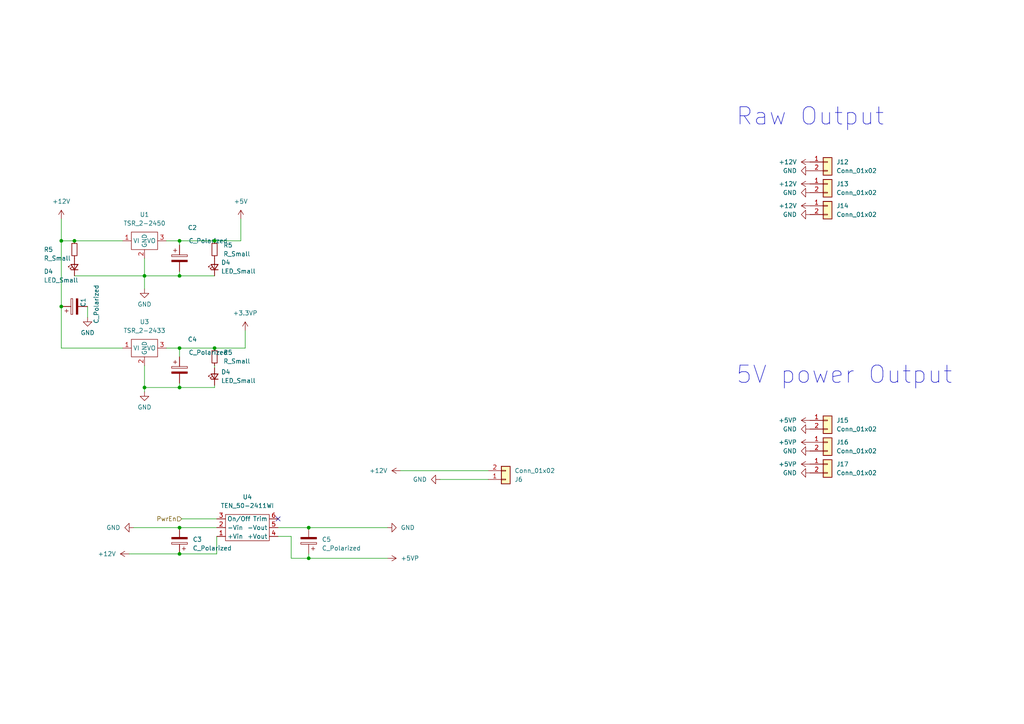
<source format=kicad_sch>
(kicad_sch (version 20230121) (generator eeschema)

  (uuid edce1dba-4061-46cd-8f68-fb07ab3577b2)

  (paper "A4")

  (lib_symbols
    (symbol "Connector_Generic:Conn_01x02" (pin_names (offset 1.016) hide) (in_bom yes) (on_board yes)
      (property "Reference" "J" (at 0 2.54 0)
        (effects (font (size 1.27 1.27)))
      )
      (property "Value" "Conn_01x02" (at 0 -5.08 0)
        (effects (font (size 1.27 1.27)))
      )
      (property "Footprint" "" (at 0 0 0)
        (effects (font (size 1.27 1.27)) hide)
      )
      (property "Datasheet" "~" (at 0 0 0)
        (effects (font (size 1.27 1.27)) hide)
      )
      (property "ki_keywords" "connector" (at 0 0 0)
        (effects (font (size 1.27 1.27)) hide)
      )
      (property "ki_description" "Generic connector, single row, 01x02, script generated (kicad-library-utils/schlib/autogen/connector/)" (at 0 0 0)
        (effects (font (size 1.27 1.27)) hide)
      )
      (property "ki_fp_filters" "Connector*:*_1x??_*" (at 0 0 0)
        (effects (font (size 1.27 1.27)) hide)
      )
      (symbol "Conn_01x02_1_1"
        (rectangle (start -1.27 -2.413) (end 0 -2.667)
          (stroke (width 0.1524) (type default))
          (fill (type none))
        )
        (rectangle (start -1.27 0.127) (end 0 -0.127)
          (stroke (width 0.1524) (type default))
          (fill (type none))
        )
        (rectangle (start -1.27 1.27) (end 1.27 -3.81)
          (stroke (width 0.254) (type default))
          (fill (type background))
        )
        (pin passive line (at -5.08 0 0) (length 3.81)
          (name "Pin_1" (effects (font (size 1.27 1.27))))
          (number "1" (effects (font (size 1.27 1.27))))
        )
        (pin passive line (at -5.08 -2.54 0) (length 3.81)
          (name "Pin_2" (effects (font (size 1.27 1.27))))
          (number "2" (effects (font (size 1.27 1.27))))
        )
      )
    )
    (symbol "Device:C_Polarized" (pin_numbers hide) (pin_names (offset 0.254)) (in_bom yes) (on_board yes)
      (property "Reference" "C" (at 0.635 2.54 0)
        (effects (font (size 1.27 1.27)) (justify left))
      )
      (property "Value" "C_Polarized" (at 0.635 -2.54 0)
        (effects (font (size 1.27 1.27)) (justify left))
      )
      (property "Footprint" "" (at 0.9652 -3.81 0)
        (effects (font (size 1.27 1.27)) hide)
      )
      (property "Datasheet" "~" (at 0 0 0)
        (effects (font (size 1.27 1.27)) hide)
      )
      (property "ki_keywords" "cap capacitor" (at 0 0 0)
        (effects (font (size 1.27 1.27)) hide)
      )
      (property "ki_description" "Polarized capacitor" (at 0 0 0)
        (effects (font (size 1.27 1.27)) hide)
      )
      (property "ki_fp_filters" "CP_*" (at 0 0 0)
        (effects (font (size 1.27 1.27)) hide)
      )
      (symbol "C_Polarized_0_1"
        (rectangle (start -2.286 0.508) (end 2.286 1.016)
          (stroke (width 0) (type default))
          (fill (type none))
        )
        (polyline
          (pts
            (xy -1.778 2.286)
            (xy -0.762 2.286)
          )
          (stroke (width 0) (type default))
          (fill (type none))
        )
        (polyline
          (pts
            (xy -1.27 2.794)
            (xy -1.27 1.778)
          )
          (stroke (width 0) (type default))
          (fill (type none))
        )
        (rectangle (start 2.286 -0.508) (end -2.286 -1.016)
          (stroke (width 0) (type default))
          (fill (type outline))
        )
      )
      (symbol "C_Polarized_1_1"
        (pin passive line (at 0 3.81 270) (length 2.794)
          (name "~" (effects (font (size 1.27 1.27))))
          (number "1" (effects (font (size 1.27 1.27))))
        )
        (pin passive line (at 0 -3.81 90) (length 2.794)
          (name "~" (effects (font (size 1.27 1.27))))
          (number "2" (effects (font (size 1.27 1.27))))
        )
      )
    )
    (symbol "Device:LED_Small" (pin_numbers hide) (pin_names (offset 0.254) hide) (in_bom yes) (on_board yes)
      (property "Reference" "D" (at -1.27 3.175 0)
        (effects (font (size 1.27 1.27)) (justify left))
      )
      (property "Value" "LED_Small" (at -4.445 -2.54 0)
        (effects (font (size 1.27 1.27)) (justify left))
      )
      (property "Footprint" "" (at 0 0 90)
        (effects (font (size 1.27 1.27)) hide)
      )
      (property "Datasheet" "~" (at 0 0 90)
        (effects (font (size 1.27 1.27)) hide)
      )
      (property "ki_keywords" "LED diode light-emitting-diode" (at 0 0 0)
        (effects (font (size 1.27 1.27)) hide)
      )
      (property "ki_description" "Light emitting diode, small symbol" (at 0 0 0)
        (effects (font (size 1.27 1.27)) hide)
      )
      (property "ki_fp_filters" "LED* LED_SMD:* LED_THT:*" (at 0 0 0)
        (effects (font (size 1.27 1.27)) hide)
      )
      (symbol "LED_Small_0_1"
        (polyline
          (pts
            (xy -0.762 -1.016)
            (xy -0.762 1.016)
          )
          (stroke (width 0.254) (type default))
          (fill (type none))
        )
        (polyline
          (pts
            (xy 1.016 0)
            (xy -0.762 0)
          )
          (stroke (width 0) (type default))
          (fill (type none))
        )
        (polyline
          (pts
            (xy 0.762 -1.016)
            (xy -0.762 0)
            (xy 0.762 1.016)
            (xy 0.762 -1.016)
          )
          (stroke (width 0.254) (type default))
          (fill (type none))
        )
        (polyline
          (pts
            (xy 0 0.762)
            (xy -0.508 1.27)
            (xy -0.254 1.27)
            (xy -0.508 1.27)
            (xy -0.508 1.016)
          )
          (stroke (width 0) (type default))
          (fill (type none))
        )
        (polyline
          (pts
            (xy 0.508 1.27)
            (xy 0 1.778)
            (xy 0.254 1.778)
            (xy 0 1.778)
            (xy 0 1.524)
          )
          (stroke (width 0) (type default))
          (fill (type none))
        )
      )
      (symbol "LED_Small_1_1"
        (pin passive line (at -2.54 0 0) (length 1.778)
          (name "K" (effects (font (size 1.27 1.27))))
          (number "1" (effects (font (size 1.27 1.27))))
        )
        (pin passive line (at 2.54 0 180) (length 1.778)
          (name "A" (effects (font (size 1.27 1.27))))
          (number "2" (effects (font (size 1.27 1.27))))
        )
      )
    )
    (symbol "Device:R_Small" (pin_numbers hide) (pin_names (offset 0.254) hide) (in_bom yes) (on_board yes)
      (property "Reference" "R" (at 0.762 0.508 0)
        (effects (font (size 1.27 1.27)) (justify left))
      )
      (property "Value" "R_Small" (at 0.762 -1.016 0)
        (effects (font (size 1.27 1.27)) (justify left))
      )
      (property "Footprint" "" (at 0 0 0)
        (effects (font (size 1.27 1.27)) hide)
      )
      (property "Datasheet" "~" (at 0 0 0)
        (effects (font (size 1.27 1.27)) hide)
      )
      (property "ki_keywords" "R resistor" (at 0 0 0)
        (effects (font (size 1.27 1.27)) hide)
      )
      (property "ki_description" "Resistor, small symbol" (at 0 0 0)
        (effects (font (size 1.27 1.27)) hide)
      )
      (property "ki_fp_filters" "R_*" (at 0 0 0)
        (effects (font (size 1.27 1.27)) hide)
      )
      (symbol "R_Small_0_1"
        (rectangle (start -0.762 1.778) (end 0.762 -1.778)
          (stroke (width 0.2032) (type default))
          (fill (type none))
        )
      )
      (symbol "R_Small_1_1"
        (pin passive line (at 0 2.54 270) (length 0.762)
          (name "~" (effects (font (size 1.27 1.27))))
          (number "1" (effects (font (size 1.27 1.27))))
        )
        (pin passive line (at 0 -2.54 90) (length 0.762)
          (name "~" (effects (font (size 1.27 1.27))))
          (number "2" (effects (font (size 1.27 1.27))))
        )
      )
    )
    (symbol "Traco:TEN_50-2411WI" (in_bom yes) (on_board yes)
      (property "Reference" "U" (at 0 5.08 0)
        (effects (font (size 1.27 1.27)))
      )
      (property "Value" "TEN_50-2411WI" (at 0 -5.08 0)
        (effects (font (size 1.27 1.27)))
      )
      (property "Footprint" "" (at 0 0 0)
        (effects (font (size 1.27 1.27)) hide)
      )
      (property "Datasheet" "" (at 0 0 0)
        (effects (font (size 1.27 1.27)) hide)
      )
      (symbol "TEN_50-2411WI_0_1"
        (rectangle (start -6.35 3.81) (end 6.35 -3.81)
          (stroke (width 0) (type default))
          (fill (type none))
        )
      )
      (symbol "TEN_50-2411WI_1_1"
        (pin free line (at -8.89 -2.54 0) (length 2.54)
          (name "+Vin" (effects (font (size 1.27 1.27))))
          (number "1" (effects (font (size 1.27 1.27))))
        )
        (pin free line (at -8.89 0 0) (length 2.54)
          (name "-Vin" (effects (font (size 1.27 1.27))))
          (number "2" (effects (font (size 1.27 1.27))))
        )
        (pin free line (at -8.89 2.54 0) (length 2.54)
          (name "On/Off" (effects (font (size 1.27 1.27))))
          (number "3" (effects (font (size 1.27 1.27))))
        )
        (pin free line (at 8.89 -2.54 180) (length 2.54)
          (name "+Vout" (effects (font (size 1.27 1.27))))
          (number "4" (effects (font (size 1.27 1.27))))
        )
        (pin free line (at 8.89 0 180) (length 2.54)
          (name "-Vout" (effects (font (size 1.27 1.27))))
          (number "5" (effects (font (size 1.27 1.27))))
        )
        (pin free line (at 8.89 2.54 180) (length 2.54)
          (name "Trim" (effects (font (size 1.27 1.27))))
          (number "6" (effects (font (size 1.27 1.27))))
        )
      )
    )
    (symbol "Traco:TSR_2-2433" (in_bom yes) (on_board yes)
      (property "Reference" "U" (at 0 5.08 0)
        (effects (font (size 1.27 1.27)))
      )
      (property "Value" "TSR_2-2433" (at 0 3.81 0)
        (effects (font (size 1.27 1.27)))
      )
      (property "Footprint" "" (at 0 3.81 0)
        (effects (font (size 1.27 1.27)) hide)
      )
      (property "Datasheet" "" (at 0 3.81 0)
        (effects (font (size 1.27 1.27)) hide)
      )
      (symbol "TSR_2-2433_0_1"
        (rectangle (start -3.81 2.54) (end 3.81 -2.54)
          (stroke (width 0) (type default))
          (fill (type none))
        )
      )
      (symbol "TSR_2-2433_1_1"
        (pin free line (at -6.35 0 0) (length 2.54)
          (name "VI" (effects (font (size 1.27 1.27))))
          (number "1" (effects (font (size 1.27 1.27))))
        )
        (pin free line (at 0 -5.08 90) (length 2.54)
          (name "GND" (effects (font (size 1.27 1.27))))
          (number "2" (effects (font (size 1.27 1.27))))
        )
        (pin free line (at 6.35 0 180) (length 2.54)
          (name "VO" (effects (font (size 1.27 1.27))))
          (number "3" (effects (font (size 1.27 1.27))))
        )
      )
    )
    (symbol "Traco:TSR_2-2450" (in_bom yes) (on_board yes)
      (property "Reference" "U" (at 0 5.08 0)
        (effects (font (size 1.27 1.27)))
      )
      (property "Value" "TSR_2-2450" (at 0 3.81 0)
        (effects (font (size 1.27 1.27)))
      )
      (property "Footprint" "" (at 0 3.81 0)
        (effects (font (size 1.27 1.27)) hide)
      )
      (property "Datasheet" "" (at 0 3.81 0)
        (effects (font (size 1.27 1.27)) hide)
      )
      (symbol "TSR_2-2450_0_1"
        (rectangle (start -3.81 2.54) (end 3.81 -2.54)
          (stroke (width 0) (type default))
          (fill (type none))
        )
      )
      (symbol "TSR_2-2450_1_1"
        (pin free line (at -6.35 0 0) (length 2.54)
          (name "VI" (effects (font (size 1.27 1.27))))
          (number "1" (effects (font (size 1.27 1.27))))
        )
        (pin free line (at 0 -5.08 90) (length 2.54)
          (name "GND" (effects (font (size 1.27 1.27))))
          (number "2" (effects (font (size 1.27 1.27))))
        )
        (pin free line (at 6.35 0 180) (length 2.54)
          (name "VO" (effects (font (size 1.27 1.27))))
          (number "3" (effects (font (size 1.27 1.27))))
        )
      )
    )
    (symbol "power:+12V" (power) (pin_names (offset 0)) (in_bom yes) (on_board yes)
      (property "Reference" "#PWR" (at 0 -3.81 0)
        (effects (font (size 1.27 1.27)) hide)
      )
      (property "Value" "+12V" (at 0 3.556 0)
        (effects (font (size 1.27 1.27)))
      )
      (property "Footprint" "" (at 0 0 0)
        (effects (font (size 1.27 1.27)) hide)
      )
      (property "Datasheet" "" (at 0 0 0)
        (effects (font (size 1.27 1.27)) hide)
      )
      (property "ki_keywords" "power-flag" (at 0 0 0)
        (effects (font (size 1.27 1.27)) hide)
      )
      (property "ki_description" "Power symbol creates a global label with name \"+12V\"" (at 0 0 0)
        (effects (font (size 1.27 1.27)) hide)
      )
      (symbol "+12V_0_1"
        (polyline
          (pts
            (xy -0.762 1.27)
            (xy 0 2.54)
          )
          (stroke (width 0) (type default))
          (fill (type none))
        )
        (polyline
          (pts
            (xy 0 0)
            (xy 0 2.54)
          )
          (stroke (width 0) (type default))
          (fill (type none))
        )
        (polyline
          (pts
            (xy 0 2.54)
            (xy 0.762 1.27)
          )
          (stroke (width 0) (type default))
          (fill (type none))
        )
      )
      (symbol "+12V_1_1"
        (pin power_in line (at 0 0 90) (length 0) hide
          (name "+12V" (effects (font (size 1.27 1.27))))
          (number "1" (effects (font (size 1.27 1.27))))
        )
      )
    )
    (symbol "power:+3.3VP" (power) (pin_names (offset 0)) (in_bom yes) (on_board yes)
      (property "Reference" "#PWR" (at 3.81 -1.27 0)
        (effects (font (size 1.27 1.27)) hide)
      )
      (property "Value" "+3.3VP" (at 0 2.54 0)
        (effects (font (size 1.27 1.27)))
      )
      (property "Footprint" "" (at 0 0 0)
        (effects (font (size 1.27 1.27)) hide)
      )
      (property "Datasheet" "" (at 0 0 0)
        (effects (font (size 1.27 1.27)) hide)
      )
      (property "ki_keywords" "global power" (at 0 0 0)
        (effects (font (size 1.27 1.27)) hide)
      )
      (property "ki_description" "Power symbol creates a global label with name \"+3.3VP\"" (at 0 0 0)
        (effects (font (size 1.27 1.27)) hide)
      )
      (symbol "+3.3VP_0_0"
        (pin power_in line (at 0 0 90) (length 0) hide
          (name "+3.3VP" (effects (font (size 1.27 1.27))))
          (number "1" (effects (font (size 1.27 1.27))))
        )
      )
      (symbol "+3.3VP_0_1"
        (polyline
          (pts
            (xy -0.762 1.27)
            (xy 0 2.54)
          )
          (stroke (width 0) (type default))
          (fill (type none))
        )
        (polyline
          (pts
            (xy 0 0)
            (xy 0 2.54)
          )
          (stroke (width 0) (type default))
          (fill (type none))
        )
        (polyline
          (pts
            (xy 0 2.54)
            (xy 0.762 1.27)
          )
          (stroke (width 0) (type default))
          (fill (type none))
        )
      )
    )
    (symbol "power:+5V" (power) (pin_names (offset 0)) (in_bom yes) (on_board yes)
      (property "Reference" "#PWR" (at 0 -3.81 0)
        (effects (font (size 1.27 1.27)) hide)
      )
      (property "Value" "+5V" (at 0 3.556 0)
        (effects (font (size 1.27 1.27)))
      )
      (property "Footprint" "" (at 0 0 0)
        (effects (font (size 1.27 1.27)) hide)
      )
      (property "Datasheet" "" (at 0 0 0)
        (effects (font (size 1.27 1.27)) hide)
      )
      (property "ki_keywords" "global power" (at 0 0 0)
        (effects (font (size 1.27 1.27)) hide)
      )
      (property "ki_description" "Power symbol creates a global label with name \"+5V\"" (at 0 0 0)
        (effects (font (size 1.27 1.27)) hide)
      )
      (symbol "+5V_0_1"
        (polyline
          (pts
            (xy -0.762 1.27)
            (xy 0 2.54)
          )
          (stroke (width 0) (type default))
          (fill (type none))
        )
        (polyline
          (pts
            (xy 0 0)
            (xy 0 2.54)
          )
          (stroke (width 0) (type default))
          (fill (type none))
        )
        (polyline
          (pts
            (xy 0 2.54)
            (xy 0.762 1.27)
          )
          (stroke (width 0) (type default))
          (fill (type none))
        )
      )
      (symbol "+5V_1_1"
        (pin power_in line (at 0 0 90) (length 0) hide
          (name "+5V" (effects (font (size 1.27 1.27))))
          (number "1" (effects (font (size 1.27 1.27))))
        )
      )
    )
    (symbol "power:+5VP" (power) (pin_names (offset 0)) (in_bom yes) (on_board yes)
      (property "Reference" "#PWR" (at 0 -3.81 0)
        (effects (font (size 1.27 1.27)) hide)
      )
      (property "Value" "+5VP" (at 0 3.556 0)
        (effects (font (size 1.27 1.27)))
      )
      (property "Footprint" "" (at 0 0 0)
        (effects (font (size 1.27 1.27)) hide)
      )
      (property "Datasheet" "" (at 0 0 0)
        (effects (font (size 1.27 1.27)) hide)
      )
      (property "ki_keywords" "power-flag" (at 0 0 0)
        (effects (font (size 1.27 1.27)) hide)
      )
      (property "ki_description" "Power symbol creates a global label with name \"+5VP\"" (at 0 0 0)
        (effects (font (size 1.27 1.27)) hide)
      )
      (symbol "+5VP_0_1"
        (polyline
          (pts
            (xy -0.762 1.27)
            (xy 0 2.54)
          )
          (stroke (width 0) (type default))
          (fill (type none))
        )
        (polyline
          (pts
            (xy 0 0)
            (xy 0 2.54)
          )
          (stroke (width 0) (type default))
          (fill (type none))
        )
        (polyline
          (pts
            (xy 0 2.54)
            (xy 0.762 1.27)
          )
          (stroke (width 0) (type default))
          (fill (type none))
        )
      )
      (symbol "+5VP_1_1"
        (pin power_in line (at 0 0 90) (length 0) hide
          (name "+5VP" (effects (font (size 1.27 1.27))))
          (number "1" (effects (font (size 1.27 1.27))))
        )
      )
    )
    (symbol "power:GND" (power) (pin_names (offset 0)) (in_bom yes) (on_board yes)
      (property "Reference" "#PWR" (at 0 -6.35 0)
        (effects (font (size 1.27 1.27)) hide)
      )
      (property "Value" "GND" (at 0 -3.81 0)
        (effects (font (size 1.27 1.27)))
      )
      (property "Footprint" "" (at 0 0 0)
        (effects (font (size 1.27 1.27)) hide)
      )
      (property "Datasheet" "" (at 0 0 0)
        (effects (font (size 1.27 1.27)) hide)
      )
      (property "ki_keywords" "global power" (at 0 0 0)
        (effects (font (size 1.27 1.27)) hide)
      )
      (property "ki_description" "Power symbol creates a global label with name \"GND\" , ground" (at 0 0 0)
        (effects (font (size 1.27 1.27)) hide)
      )
      (symbol "GND_0_1"
        (polyline
          (pts
            (xy 0 0)
            (xy 0 -1.27)
            (xy 1.27 -1.27)
            (xy 0 -2.54)
            (xy -1.27 -1.27)
            (xy 0 -1.27)
          )
          (stroke (width 0) (type default))
          (fill (type none))
        )
      )
      (symbol "GND_1_1"
        (pin power_in line (at 0 0 270) (length 0) hide
          (name "GND" (effects (font (size 1.27 1.27))))
          (number "1" (effects (font (size 1.27 1.27))))
        )
      )
    )
  )

  (junction (at 41.91 112.395) (diameter 0) (color 0 0 0 0)
    (uuid 00f2d38b-b7a7-41b5-92d6-390077c99def)
  )
  (junction (at 52.07 69.85) (diameter 0) (color 0 0 0 0)
    (uuid 100b1b17-60d0-40d8-975e-2069597d26c3)
  )
  (junction (at 17.78 88.9) (diameter 0) (color 0 0 0 0)
    (uuid 1e34d663-5cbc-49c8-a457-db614b1f0d03)
  )
  (junction (at 52.07 80.01) (diameter 0) (color 0 0 0 0)
    (uuid 2d145056-6790-4c4b-94f5-a341af2bbd88)
  )
  (junction (at 21.59 69.85) (diameter 0) (color 0 0 0 0)
    (uuid 2deeca7c-3d0f-4b2f-b46d-6d8e29efd664)
  )
  (junction (at 62.23 100.965) (diameter 0) (color 0 0 0 0)
    (uuid 7602450e-d499-4038-8c07-9ce40e0ea3fa)
  )
  (junction (at 52.07 160.655) (diameter 0) (color 0 0 0 0)
    (uuid 82fa8238-2a1b-46fd-a657-13dc482d93d6)
  )
  (junction (at 52.07 100.965) (diameter 0) (color 0 0 0 0)
    (uuid 830998c4-c1c3-430a-9358-6a49a948bfc9)
  )
  (junction (at 89.535 161.925) (diameter 0) (color 0 0 0 0)
    (uuid 918caea0-df75-4bfc-9f31-27308a872f0b)
  )
  (junction (at 89.535 153.035) (diameter 0) (color 0 0 0 0)
    (uuid 9e18b05a-1573-4ad3-9169-947d5137437f)
  )
  (junction (at 17.78 69.85) (diameter 0) (color 0 0 0 0)
    (uuid a4993086-e015-4f9e-a123-ca87eb0e2b30)
  )
  (junction (at 52.07 153.035) (diameter 0) (color 0 0 0 0)
    (uuid a83a3ae1-4a60-4848-8308-e29ab8fd5528)
  )
  (junction (at 41.91 80.01) (diameter 0) (color 0 0 0 0)
    (uuid ac7cc809-1c43-444f-b14e-2758784bb439)
  )
  (junction (at 52.07 112.395) (diameter 0) (color 0 0 0 0)
    (uuid c6fcff95-b4e0-4e0d-bb2b-b1a89aa0816d)
  )
  (junction (at 62.23 69.85) (diameter 0) (color 0 0 0 0)
    (uuid d93fef45-0c92-46a5-a6cf-681ff7a3fc7c)
  )

  (no_connect (at 80.645 150.495) (uuid 203a6552-b3b8-4a89-b4d5-2c7c9f385303))

  (wire (pts (xy 52.07 100.965) (xy 62.23 100.965))
    (stroke (width 0) (type default))
    (uuid 0487b8a0-9e76-433e-bf24-f0bb9cc401bd)
  )
  (wire (pts (xy 84.455 155.575) (xy 80.645 155.575))
    (stroke (width 0) (type default))
    (uuid 16c4cedc-3335-4fcd-a23a-554e93034781)
  )
  (wire (pts (xy 89.535 160.655) (xy 89.535 161.925))
    (stroke (width 0) (type default))
    (uuid 1ac6d2d9-22e4-4675-8739-f310de527bd5)
  )
  (wire (pts (xy 52.07 153.035) (xy 62.865 153.035))
    (stroke (width 0) (type default))
    (uuid 1e00ef5f-eb0d-4e42-b471-14c21ff92783)
  )
  (wire (pts (xy 17.78 69.85) (xy 21.59 69.85))
    (stroke (width 0) (type default))
    (uuid 1e4e76e5-34e3-497d-8dd5-78818380fa90)
  )
  (wire (pts (xy 127.635 139.065) (xy 141.605 139.065))
    (stroke (width 0) (type default))
    (uuid 1ebc6ed1-6e6a-409b-8e61-b388b8a89816)
  )
  (wire (pts (xy 71.12 100.965) (xy 62.23 100.965))
    (stroke (width 0) (type default))
    (uuid 20bfa594-1a1f-4536-9fb8-ffdeb7755a83)
  )
  (wire (pts (xy 52.07 69.85) (xy 62.23 69.85))
    (stroke (width 0) (type default))
    (uuid 23db397f-55eb-45d4-9549-8a4011d92da6)
  )
  (wire (pts (xy 84.455 161.925) (xy 89.535 161.925))
    (stroke (width 0) (type default))
    (uuid 26fefd70-b959-4455-a2bb-f23a6fe408b9)
  )
  (wire (pts (xy 41.91 80.01) (xy 52.07 80.01))
    (stroke (width 0) (type default))
    (uuid 2907b3a7-6f3d-4c66-9daf-08ed8cfb928a)
  )
  (wire (pts (xy 48.26 69.85) (xy 52.07 69.85))
    (stroke (width 0) (type default))
    (uuid 2c0f9403-aa8c-484a-93b6-18fa827fb973)
  )
  (wire (pts (xy 41.91 74.93) (xy 41.91 80.01))
    (stroke (width 0) (type default))
    (uuid 2fa4b8c2-f573-40a3-8e25-0fd18e8d7438)
  )
  (wire (pts (xy 52.07 71.12) (xy 52.07 69.85))
    (stroke (width 0) (type default))
    (uuid 3933ac92-0281-404c-a419-43aff41b8efc)
  )
  (wire (pts (xy 62.23 106.68) (xy 62.23 106.045))
    (stroke (width 0) (type default))
    (uuid 3b397710-39ab-4c9c-b8ef-26db6e9b62fb)
  )
  (wire (pts (xy 52.07 100.965) (xy 52.07 103.505))
    (stroke (width 0) (type default))
    (uuid 3dfe5776-4405-4215-b4dc-3d70a0af8c9e)
  )
  (wire (pts (xy 89.535 153.035) (xy 112.395 153.035))
    (stroke (width 0) (type default))
    (uuid 434e7b9d-c8f0-474e-b55b-8eb568bb65e6)
  )
  (wire (pts (xy 52.07 80.01) (xy 62.23 80.01))
    (stroke (width 0) (type default))
    (uuid 527bb72e-eb08-4546-b77f-10e621ee2ae5)
  )
  (wire (pts (xy 37.465 160.655) (xy 52.07 160.655))
    (stroke (width 0) (type default))
    (uuid 5361dacd-7d9c-40b8-9f31-64a74ea7a80b)
  )
  (wire (pts (xy 17.78 100.965) (xy 35.56 100.965))
    (stroke (width 0) (type default))
    (uuid 58e476b2-e7a3-497f-8ecc-3911e51cb268)
  )
  (wire (pts (xy 116.205 136.525) (xy 141.605 136.525))
    (stroke (width 0) (type default))
    (uuid 5db0ef20-c3da-41df-bc6a-880dfb9fdbe0)
  )
  (wire (pts (xy 62.865 160.655) (xy 62.865 155.575))
    (stroke (width 0) (type default))
    (uuid 615cdc33-8b27-42c5-8cc9-59b025e01a6e)
  )
  (wire (pts (xy 80.645 153.035) (xy 89.535 153.035))
    (stroke (width 0) (type default))
    (uuid 639c53e8-ee3d-496a-9e45-5224f0bbe6c4)
  )
  (wire (pts (xy 52.705 150.495) (xy 62.865 150.495))
    (stroke (width 0) (type default))
    (uuid 642e9476-63de-4367-a79d-9cf7f4944d22)
  )
  (wire (pts (xy 41.91 112.395) (xy 41.91 113.665))
    (stroke (width 0) (type default))
    (uuid 7a887f6e-3836-4461-b4cd-b6dd0925fe07)
  )
  (wire (pts (xy 52.07 111.125) (xy 52.07 112.395))
    (stroke (width 0) (type default))
    (uuid 7dd0b63c-fcaa-4076-a3f1-c50c1799f28c)
  )
  (wire (pts (xy 17.78 88.9) (xy 17.78 100.965))
    (stroke (width 0) (type default))
    (uuid 8a035149-2f2f-4cb4-8ea3-bd8fe52c8292)
  )
  (wire (pts (xy 48.26 100.965) (xy 52.07 100.965))
    (stroke (width 0) (type default))
    (uuid 8de73464-ac4e-4207-8316-e4f3b083ef68)
  )
  (wire (pts (xy 62.23 111.76) (xy 62.23 112.395))
    (stroke (width 0) (type default))
    (uuid 98f5cd1f-4b09-4ac9-b9bf-f64e73aeda0a)
  )
  (wire (pts (xy 41.91 112.395) (xy 52.07 112.395))
    (stroke (width 0) (type default))
    (uuid 9a390adf-07b7-4c21-8389-225d8b4534ad)
  )
  (wire (pts (xy 52.07 112.395) (xy 62.23 112.395))
    (stroke (width 0) (type default))
    (uuid 9fe836b0-6197-42a5-a0e4-6fdd8b62e741)
  )
  (wire (pts (xy 41.91 83.82) (xy 41.91 80.01))
    (stroke (width 0) (type default))
    (uuid a071e5f9-f003-47a8-8554-29aa63c8fa6a)
  )
  (wire (pts (xy 21.59 80.01) (xy 41.91 80.01))
    (stroke (width 0) (type default))
    (uuid a38083e1-e86b-43f6-a325-061c75b5a17e)
  )
  (wire (pts (xy 52.07 160.655) (xy 62.865 160.655))
    (stroke (width 0) (type default))
    (uuid a759d5f4-2189-40fc-bdbd-25fdf914de35)
  )
  (wire (pts (xy 38.735 153.035) (xy 52.07 153.035))
    (stroke (width 0) (type default))
    (uuid a83fab39-e97c-4ce7-b1d2-b160d6833b91)
  )
  (wire (pts (xy 69.85 63.5) (xy 69.85 69.85))
    (stroke (width 0) (type default))
    (uuid acc3ccc9-07d3-465d-b412-c4afbf36b461)
  )
  (wire (pts (xy 84.455 161.925) (xy 84.455 155.575))
    (stroke (width 0) (type default))
    (uuid acdec572-f717-43cd-bf19-87d56ecaff0e)
  )
  (wire (pts (xy 69.85 69.85) (xy 62.23 69.85))
    (stroke (width 0) (type default))
    (uuid b0066163-8737-4107-8087-246170effc0a)
  )
  (wire (pts (xy 52.07 78.74) (xy 52.07 80.01))
    (stroke (width 0) (type default))
    (uuid b92e883b-9efe-4547-a6e3-38570a4ca628)
  )
  (wire (pts (xy 89.535 161.925) (xy 112.395 161.925))
    (stroke (width 0) (type default))
    (uuid cd88bb72-5e86-48fb-97dd-4957252f64d7)
  )
  (wire (pts (xy 21.59 69.85) (xy 35.56 69.85))
    (stroke (width 0) (type default))
    (uuid d22b1fcd-ed49-419b-90bb-cf02273e35f5)
  )
  (wire (pts (xy 41.91 106.045) (xy 41.91 112.395))
    (stroke (width 0) (type default))
    (uuid e73b219c-59b6-4448-bec2-46ff7fc12d97)
  )
  (wire (pts (xy 17.78 69.85) (xy 17.78 88.9))
    (stroke (width 0) (type default))
    (uuid eab99fab-2a37-4215-b59a-2398d2093948)
  )
  (wire (pts (xy 25.4 92.075) (xy 25.4 88.9))
    (stroke (width 0) (type default))
    (uuid ebb03930-3a9e-4286-9542-70c1c90a56f0)
  )
  (wire (pts (xy 17.78 63.5) (xy 17.78 69.85))
    (stroke (width 0) (type default))
    (uuid ec68418d-b708-4ead-a1e7-5d780d770ba0)
  )
  (wire (pts (xy 71.12 95.885) (xy 71.12 100.965))
    (stroke (width 0) (type default))
    (uuid f64da9e8-dd1d-4848-8ac1-3b73a1cf4275)
  )

  (text "5V power Output" (at 213.36 111.76 0)
    (effects (font (size 5 5)) (justify left bottom))
    (uuid 5e011888-4450-4755-ae69-bf889504eb09)
  )
  (text "Raw Output" (at 213.36 36.83 0)
    (effects (font (size 5 5)) (justify left bottom))
    (uuid c06d905d-6c04-44a4-86f0-dd1b3c7c7002)
  )

  (hierarchical_label "PwrEn" (shape input) (at 52.705 150.495 180) (fields_autoplaced)
    (effects (font (size 1.27 1.27)) (justify right))
    (uuid abe6882e-f663-46dd-a64b-20bac2ff7061)
  )

  (symbol (lib_id "power:+12V") (at 234.95 59.69 90) (unit 1)
    (in_bom yes) (on_board yes) (dnp no) (fields_autoplaced)
    (uuid 03f0d90d-26fa-4a3d-9cba-b7beb1284902)
    (property "Reference" "#PWR035" (at 238.76 59.69 0)
      (effects (font (size 1.27 1.27)) hide)
    )
    (property "Value" "+12V" (at 231.14 59.69 90)
      (effects (font (size 1.27 1.27)) (justify left))
    )
    (property "Footprint" "" (at 234.95 59.69 0)
      (effects (font (size 1.27 1.27)) hide)
    )
    (property "Datasheet" "" (at 234.95 59.69 0)
      (effects (font (size 1.27 1.27)) hide)
    )
    (pin "1" (uuid e6135447-77f7-47c8-8723-e20d0ec71f22))
    (instances
      (project "MainboardV3"
        (path "/ccdda621-e361-4147-9a57-71374655ba08/cc39ea4c-864b-49b2-93dc-48ce7f75ef7f"
          (reference "#PWR035") (unit 1)
        )
      )
    )
  )

  (symbol (lib_id "power:GND") (at 234.95 49.53 270) (unit 1)
    (in_bom yes) (on_board yes) (dnp no) (fields_autoplaced)
    (uuid 0b9f5c24-8367-4757-96c5-1244cc5cfb35)
    (property "Reference" "#PWR037" (at 228.6 49.53 0)
      (effects (font (size 1.27 1.27)) hide)
    )
    (property "Value" "GND" (at 231.14 49.53 90)
      (effects (font (size 1.27 1.27)) (justify right))
    )
    (property "Footprint" "" (at 234.95 49.53 0)
      (effects (font (size 1.27 1.27)) hide)
    )
    (property "Datasheet" "" (at 234.95 49.53 0)
      (effects (font (size 1.27 1.27)) hide)
    )
    (pin "1" (uuid 43367d83-de76-4399-b4a7-aee3f43d52f6))
    (instances
      (project "MainboardV3"
        (path "/ccdda621-e361-4147-9a57-71374655ba08"
          (reference "#PWR037") (unit 1)
        )
        (path "/ccdda621-e361-4147-9a57-71374655ba08/cc39ea4c-864b-49b2-93dc-48ce7f75ef7f"
          (reference "#PWR028") (unit 1)
        )
      )
    )
  )

  (symbol (lib_id "Connector_Generic:Conn_01x02") (at 240.03 128.27 0) (unit 1)
    (in_bom yes) (on_board yes) (dnp no) (fields_autoplaced)
    (uuid 17d5fd75-17fc-4b8d-b5e1-0dcdab6b657e)
    (property "Reference" "J16" (at 242.57 128.27 0)
      (effects (font (size 1.27 1.27)) (justify left))
    )
    (property "Value" "Conn_01x02" (at 242.57 130.81 0)
      (effects (font (size 1.27 1.27)) (justify left))
    )
    (property "Footprint" "Connector_Molex:Molex_KK-254_AE-6410-02A_1x02_P2.54mm_Vertical" (at 240.03 128.27 0)
      (effects (font (size 1.27 1.27)) hide)
    )
    (property "Datasheet" "~" (at 240.03 128.27 0)
      (effects (font (size 1.27 1.27)) hide)
    )
    (pin "1" (uuid c09b5e41-2729-4062-97db-5b67fed1c8ce))
    (pin "2" (uuid b621b4b6-16e7-410b-910c-2d0dbf06ea54))
    (instances
      (project "MainboardV3"
        (path "/ccdda621-e361-4147-9a57-71374655ba08/cc39ea4c-864b-49b2-93dc-48ce7f75ef7f"
          (reference "J16") (unit 1)
        )
      )
    )
  )

  (symbol (lib_id "power:+12V") (at 116.205 136.525 90) (unit 1)
    (in_bom yes) (on_board yes) (dnp no) (fields_autoplaced)
    (uuid 27f43b7c-f3bc-402a-9720-2fad1f2b0efa)
    (property "Reference" "#PWR025" (at 120.015 136.525 0)
      (effects (font (size 1.27 1.27)) hide)
    )
    (property "Value" "+12V" (at 112.395 136.525 90)
      (effects (font (size 1.27 1.27)) (justify left))
    )
    (property "Footprint" "" (at 116.205 136.525 0)
      (effects (font (size 1.27 1.27)) hide)
    )
    (property "Datasheet" "" (at 116.205 136.525 0)
      (effects (font (size 1.27 1.27)) hide)
    )
    (pin "1" (uuid 41ad7ac0-36b6-4581-9e59-ae1f9406a887))
    (instances
      (project "MainboardV3"
        (path "/ccdda621-e361-4147-9a57-71374655ba08/cc39ea4c-864b-49b2-93dc-48ce7f75ef7f"
          (reference "#PWR025") (unit 1)
        )
      )
    )
  )

  (symbol (lib_id "power:GND") (at 234.95 124.46 270) (unit 1)
    (in_bom yes) (on_board yes) (dnp no) (fields_autoplaced)
    (uuid 28d03e77-e0b0-4f66-92d3-5d17389ebcb1)
    (property "Reference" "#PWR037" (at 228.6 124.46 0)
      (effects (font (size 1.27 1.27)) hide)
    )
    (property "Value" "GND" (at 231.14 124.46 90)
      (effects (font (size 1.27 1.27)) (justify right))
    )
    (property "Footprint" "" (at 234.95 124.46 0)
      (effects (font (size 1.27 1.27)) hide)
    )
    (property "Datasheet" "" (at 234.95 124.46 0)
      (effects (font (size 1.27 1.27)) hide)
    )
    (pin "1" (uuid 57ffe3d3-1a6b-4938-ac61-c3eb4ae55009))
    (instances
      (project "MainboardV3"
        (path "/ccdda621-e361-4147-9a57-71374655ba08"
          (reference "#PWR037") (unit 1)
        )
        (path "/ccdda621-e361-4147-9a57-71374655ba08/cc39ea4c-864b-49b2-93dc-48ce7f75ef7f"
          (reference "#PWR051") (unit 1)
        )
      )
    )
  )

  (symbol (lib_id "power:GND") (at 234.95 62.23 270) (unit 1)
    (in_bom yes) (on_board yes) (dnp no) (fields_autoplaced)
    (uuid 2f169121-b4f7-45af-9316-033d91573105)
    (property "Reference" "#PWR037" (at 228.6 62.23 0)
      (effects (font (size 1.27 1.27)) hide)
    )
    (property "Value" "GND" (at 231.14 62.23 90)
      (effects (font (size 1.27 1.27)) (justify right))
    )
    (property "Footprint" "" (at 234.95 62.23 0)
      (effects (font (size 1.27 1.27)) hide)
    )
    (property "Datasheet" "" (at 234.95 62.23 0)
      (effects (font (size 1.27 1.27)) hide)
    )
    (pin "1" (uuid b9b68cd4-afe0-44ab-a9dc-81df0340d501))
    (instances
      (project "MainboardV3"
        (path "/ccdda621-e361-4147-9a57-71374655ba08"
          (reference "#PWR037") (unit 1)
        )
        (path "/ccdda621-e361-4147-9a57-71374655ba08/cc39ea4c-864b-49b2-93dc-48ce7f75ef7f"
          (reference "#PWR049") (unit 1)
        )
      )
    )
  )

  (symbol (lib_id "power:+5VP") (at 234.95 128.27 90) (unit 1)
    (in_bom yes) (on_board yes) (dnp no) (fields_autoplaced)
    (uuid 3327b82f-4f0d-40cf-a974-3a1f65ab2d4b)
    (property "Reference" "#PWR052" (at 238.76 128.27 0)
      (effects (font (size 1.27 1.27)) hide)
    )
    (property "Value" "+5VP" (at 231.14 128.27 90)
      (effects (font (size 1.27 1.27)) (justify left))
    )
    (property "Footprint" "" (at 234.95 128.27 0)
      (effects (font (size 1.27 1.27)) hide)
    )
    (property "Datasheet" "" (at 234.95 128.27 0)
      (effects (font (size 1.27 1.27)) hide)
    )
    (pin "1" (uuid 6ba8fec7-4063-4663-8939-f634dafcbdf4))
    (instances
      (project "MainboardV3"
        (path "/ccdda621-e361-4147-9a57-71374655ba08/cc39ea4c-864b-49b2-93dc-48ce7f75ef7f"
          (reference "#PWR052") (unit 1)
        )
      )
    )
  )

  (symbol (lib_id "power:+12V") (at 234.95 46.99 90) (unit 1)
    (in_bom yes) (on_board yes) (dnp no) (fields_autoplaced)
    (uuid 33322a9e-2bb2-4135-a294-6b23ba51fc64)
    (property "Reference" "#PWR029" (at 238.76 46.99 0)
      (effects (font (size 1.27 1.27)) hide)
    )
    (property "Value" "+12V" (at 231.14 46.99 90)
      (effects (font (size 1.27 1.27)) (justify left))
    )
    (property "Footprint" "" (at 234.95 46.99 0)
      (effects (font (size 1.27 1.27)) hide)
    )
    (property "Datasheet" "" (at 234.95 46.99 0)
      (effects (font (size 1.27 1.27)) hide)
    )
    (pin "1" (uuid cf05f2d2-ad3c-4894-b825-47876389a113))
    (instances
      (project "MainboardV3"
        (path "/ccdda621-e361-4147-9a57-71374655ba08/cc39ea4c-864b-49b2-93dc-48ce7f75ef7f"
          (reference "#PWR029") (unit 1)
        )
      )
    )
  )

  (symbol (lib_id "power:+5V") (at 69.85 63.5 0) (unit 1)
    (in_bom yes) (on_board yes) (dnp no) (fields_autoplaced)
    (uuid 37ed843f-cb9f-4749-9223-d09665f0555a)
    (property "Reference" "#PWR036" (at 69.85 67.31 0)
      (effects (font (size 1.27 1.27)) hide)
    )
    (property "Value" "+5V" (at 69.85 58.42 0)
      (effects (font (size 1.27 1.27)))
    )
    (property "Footprint" "" (at 69.85 63.5 0)
      (effects (font (size 1.27 1.27)) hide)
    )
    (property "Datasheet" "" (at 69.85 63.5 0)
      (effects (font (size 1.27 1.27)) hide)
    )
    (pin "1" (uuid 361c6057-6f7c-449a-8d3a-6c56d88b86e9))
    (instances
      (project "MainboardV3"
        (path "/ccdda621-e361-4147-9a57-71374655ba08"
          (reference "#PWR036") (unit 1)
        )
        (path "/ccdda621-e361-4147-9a57-71374655ba08/cc39ea4c-864b-49b2-93dc-48ce7f75ef7f"
          (reference "#PWR036") (unit 1)
        )
      )
    )
  )

  (symbol (lib_id "power:+12V") (at 17.78 63.5 0) (unit 1)
    (in_bom yes) (on_board yes) (dnp no) (fields_autoplaced)
    (uuid 3e17f3e3-ceb9-455f-9fc6-8a134e23c4ef)
    (property "Reference" "#PWR038" (at 17.78 67.31 0)
      (effects (font (size 1.27 1.27)) hide)
    )
    (property "Value" "+12V" (at 17.78 58.42 0)
      (effects (font (size 1.27 1.27)))
    )
    (property "Footprint" "" (at 17.78 63.5 0)
      (effects (font (size 1.27 1.27)) hide)
    )
    (property "Datasheet" "" (at 17.78 63.5 0)
      (effects (font (size 1.27 1.27)) hide)
    )
    (pin "1" (uuid bb2ed630-65eb-4911-a8d3-63ab4a685491))
    (instances
      (project "MainboardV3"
        (path "/ccdda621-e361-4147-9a57-71374655ba08/cc39ea4c-864b-49b2-93dc-48ce7f75ef7f"
          (reference "#PWR038") (unit 1)
        )
      )
    )
  )

  (symbol (lib_id "Device:LED_Small") (at 62.23 77.47 90) (unit 1)
    (in_bom yes) (on_board yes) (dnp no) (fields_autoplaced)
    (uuid 4b7d625e-009b-49d4-81d3-41d9507fa3f8)
    (property "Reference" "D4" (at 64.135 76.1365 90)
      (effects (font (size 1.27 1.27)) (justify right))
    )
    (property "Value" "LED_Small" (at 64.135 78.6765 90)
      (effects (font (size 1.27 1.27)) (justify right))
    )
    (property "Footprint" "LED_SMD:LED_1206_3216Metric_Pad1.42x1.75mm_HandSolder" (at 62.23 77.47 90)
      (effects (font (size 1.27 1.27)) hide)
    )
    (property "Datasheet" "~" (at 62.23 77.47 90)
      (effects (font (size 1.27 1.27)) hide)
    )
    (pin "1" (uuid f8e4b07b-1ffb-43e5-a4eb-e60cab9aa49e))
    (pin "2" (uuid 26e6ce12-3693-46a4-b882-754fd9632256))
    (instances
      (project "MainboardV3"
        (path "/ccdda621-e361-4147-9a57-71374655ba08"
          (reference "D4") (unit 1)
        )
        (path "/ccdda621-e361-4147-9a57-71374655ba08/cc39ea4c-864b-49b2-93dc-48ce7f75ef7f"
          (reference "D3") (unit 1)
        )
      )
    )
  )

  (symbol (lib_id "power:+12V") (at 234.95 53.34 90) (unit 1)
    (in_bom yes) (on_board yes) (dnp no) (fields_autoplaced)
    (uuid 4bfc8d98-3e68-4832-9379-b77ee2c1b6b3)
    (property "Reference" "#PWR030" (at 238.76 53.34 0)
      (effects (font (size 1.27 1.27)) hide)
    )
    (property "Value" "+12V" (at 231.14 53.34 90)
      (effects (font (size 1.27 1.27)) (justify left))
    )
    (property "Footprint" "" (at 234.95 53.34 0)
      (effects (font (size 1.27 1.27)) hide)
    )
    (property "Datasheet" "" (at 234.95 53.34 0)
      (effects (font (size 1.27 1.27)) hide)
    )
    (pin "1" (uuid 21178643-180c-4f8f-a96b-f9b04b52bfeb))
    (instances
      (project "MainboardV3"
        (path "/ccdda621-e361-4147-9a57-71374655ba08/cc39ea4c-864b-49b2-93dc-48ce7f75ef7f"
          (reference "#PWR030") (unit 1)
        )
      )
    )
  )

  (symbol (lib_id "Connector_Generic:Conn_01x02") (at 240.03 134.62 0) (unit 1)
    (in_bom yes) (on_board yes) (dnp no) (fields_autoplaced)
    (uuid 513efcd2-c03b-44f3-94a5-4f18f0b4fe1f)
    (property "Reference" "J17" (at 242.57 134.62 0)
      (effects (font (size 1.27 1.27)) (justify left))
    )
    (property "Value" "Conn_01x02" (at 242.57 137.16 0)
      (effects (font (size 1.27 1.27)) (justify left))
    )
    (property "Footprint" "Connector_Molex:Molex_KK-254_AE-6410-02A_1x02_P2.54mm_Vertical" (at 240.03 134.62 0)
      (effects (font (size 1.27 1.27)) hide)
    )
    (property "Datasheet" "~" (at 240.03 134.62 0)
      (effects (font (size 1.27 1.27)) hide)
    )
    (pin "1" (uuid b648d1aa-c87d-4aa9-852a-b955143fc20e))
    (pin "2" (uuid 92856f3e-1058-4292-b934-023e0b506b1e))
    (instances
      (project "MainboardV3"
        (path "/ccdda621-e361-4147-9a57-71374655ba08/cc39ea4c-864b-49b2-93dc-48ce7f75ef7f"
          (reference "J17") (unit 1)
        )
      )
    )
  )

  (symbol (lib_id "Traco:TSR_2-2433") (at 41.91 100.965 0) (unit 1)
    (in_bom yes) (on_board yes) (dnp no) (fields_autoplaced)
    (uuid 524655e7-ee9c-4a4a-bc08-a4c826411fa4)
    (property "Reference" "U3" (at 41.91 93.345 0)
      (effects (font (size 1.27 1.27)))
    )
    (property "Value" "TSR_2-2433" (at 41.91 95.885 0)
      (effects (font (size 1.27 1.27)))
    )
    (property "Footprint" "Traco:Traco 2- 24xx" (at 41.91 97.155 0)
      (effects (font (size 1.27 1.27)) hide)
    )
    (property "Datasheet" "" (at 41.91 97.155 0)
      (effects (font (size 1.27 1.27)) hide)
    )
    (pin "1" (uuid 7c0f0ee3-0e43-437b-9d13-5c533ba96fb3))
    (pin "2" (uuid 23aea50e-2635-4885-a976-8dbcf39d071f))
    (pin "3" (uuid 2c6f98ca-1c9c-4a30-aa1f-d5d7fa336608))
    (instances
      (project "MainboardV3"
        (path "/ccdda621-e361-4147-9a57-71374655ba08/cc39ea4c-864b-49b2-93dc-48ce7f75ef7f"
          (reference "U3") (unit 1)
        )
      )
    )
  )

  (symbol (lib_id "power:+5VP") (at 112.395 161.925 270) (unit 1)
    (in_bom yes) (on_board yes) (dnp no) (fields_autoplaced)
    (uuid 5c90d98f-820f-4cc2-bcad-9ced0d1638f5)
    (property "Reference" "#PWR046" (at 108.585 161.925 0)
      (effects (font (size 1.27 1.27)) hide)
    )
    (property "Value" "+5VP" (at 116.205 161.925 90)
      (effects (font (size 1.27 1.27)) (justify left))
    )
    (property "Footprint" "" (at 112.395 161.925 0)
      (effects (font (size 1.27 1.27)) hide)
    )
    (property "Datasheet" "" (at 112.395 161.925 0)
      (effects (font (size 1.27 1.27)) hide)
    )
    (pin "1" (uuid 6b177c15-012e-46f2-b71d-e5c1f2a43055))
    (instances
      (project "MainboardV3"
        (path "/ccdda621-e361-4147-9a57-71374655ba08/cc39ea4c-864b-49b2-93dc-48ce7f75ef7f"
          (reference "#PWR046") (unit 1)
        )
      )
    )
  )

  (symbol (lib_id "Connector_Generic:Conn_01x02") (at 240.03 46.99 0) (unit 1)
    (in_bom yes) (on_board yes) (dnp no) (fields_autoplaced)
    (uuid 5e151d0a-b2cf-4dd9-8cb3-521c602d0770)
    (property "Reference" "J12" (at 242.57 46.99 0)
      (effects (font (size 1.27 1.27)) (justify left))
    )
    (property "Value" "Conn_01x02" (at 242.57 49.53 0)
      (effects (font (size 1.27 1.27)) (justify left))
    )
    (property "Footprint" "Connector_Molex:Molex_KK-254_AE-6410-02A_1x02_P2.54mm_Vertical" (at 240.03 46.99 0)
      (effects (font (size 1.27 1.27)) hide)
    )
    (property "Datasheet" "~" (at 240.03 46.99 0)
      (effects (font (size 1.27 1.27)) hide)
    )
    (pin "1" (uuid eea86280-4f19-48d1-bcfa-d1e66c69300a))
    (pin "2" (uuid 4d3da2a5-cd42-4115-8102-427dfb957927))
    (instances
      (project "MainboardV3"
        (path "/ccdda621-e361-4147-9a57-71374655ba08/cc39ea4c-864b-49b2-93dc-48ce7f75ef7f"
          (reference "J12") (unit 1)
        )
      )
    )
  )

  (symbol (lib_id "Connector_Generic:Conn_01x02") (at 240.03 59.69 0) (unit 1)
    (in_bom yes) (on_board yes) (dnp no) (fields_autoplaced)
    (uuid 5e1bff24-893d-4314-aa8e-04e4cc1cdffb)
    (property "Reference" "J14" (at 242.57 59.69 0)
      (effects (font (size 1.27 1.27)) (justify left))
    )
    (property "Value" "Conn_01x02" (at 242.57 62.23 0)
      (effects (font (size 1.27 1.27)) (justify left))
    )
    (property "Footprint" "Connector_Molex:Molex_KK-254_AE-6410-02A_1x02_P2.54mm_Vertical" (at 240.03 59.69 0)
      (effects (font (size 1.27 1.27)) hide)
    )
    (property "Datasheet" "~" (at 240.03 59.69 0)
      (effects (font (size 1.27 1.27)) hide)
    )
    (pin "1" (uuid 9bde8c26-3f13-427f-8a2d-9cf2d5d9b351))
    (pin "2" (uuid 1e29f19d-dc6e-4336-a825-2b303d47b929))
    (instances
      (project "MainboardV3"
        (path "/ccdda621-e361-4147-9a57-71374655ba08/cc39ea4c-864b-49b2-93dc-48ce7f75ef7f"
          (reference "J14") (unit 1)
        )
      )
    )
  )

  (symbol (lib_id "power:+3.3VP") (at 71.12 95.885 0) (unit 1)
    (in_bom yes) (on_board yes) (dnp no) (fields_autoplaced)
    (uuid 66f6f43a-3764-4779-828f-468f44897e54)
    (property "Reference" "#PWR038" (at 74.93 97.155 0)
      (effects (font (size 1.27 1.27)) hide)
    )
    (property "Value" "+3.3VP" (at 71.12 90.805 0)
      (effects (font (size 1.27 1.27)))
    )
    (property "Footprint" "" (at 71.12 95.885 0)
      (effects (font (size 1.27 1.27)) hide)
    )
    (property "Datasheet" "" (at 71.12 95.885 0)
      (effects (font (size 1.27 1.27)) hide)
    )
    (pin "1" (uuid b8114753-8e01-40db-925e-71b79ca01d0b))
    (instances
      (project "MainboardV3"
        (path "/ccdda621-e361-4147-9a57-71374655ba08"
          (reference "#PWR038") (unit 1)
        )
        (path "/ccdda621-e361-4147-9a57-71374655ba08/cc39ea4c-864b-49b2-93dc-48ce7f75ef7f"
          (reference "#PWR041") (unit 1)
        )
      )
    )
  )

  (symbol (lib_id "power:GND") (at 41.91 113.665 0) (unit 1)
    (in_bom yes) (on_board yes) (dnp no) (fields_autoplaced)
    (uuid 689ccf16-f38c-4f47-89ce-080ac1112264)
    (property "Reference" "#PWR037" (at 41.91 120.015 0)
      (effects (font (size 1.27 1.27)) hide)
    )
    (property "Value" "GND" (at 41.91 118.11 0)
      (effects (font (size 1.27 1.27)))
    )
    (property "Footprint" "" (at 41.91 113.665 0)
      (effects (font (size 1.27 1.27)) hide)
    )
    (property "Datasheet" "" (at 41.91 113.665 0)
      (effects (font (size 1.27 1.27)) hide)
    )
    (pin "1" (uuid 83b9594a-d91e-4856-aa9c-4f34ed34e964))
    (instances
      (project "MainboardV3"
        (path "/ccdda621-e361-4147-9a57-71374655ba08"
          (reference "#PWR037") (unit 1)
        )
        (path "/ccdda621-e361-4147-9a57-71374655ba08/cc39ea4c-864b-49b2-93dc-48ce7f75ef7f"
          (reference "#PWR026") (unit 1)
        )
      )
    )
  )

  (symbol (lib_id "power:GND") (at 38.735 153.035 270) (unit 1)
    (in_bom yes) (on_board yes) (dnp no) (fields_autoplaced)
    (uuid 77ccf538-eba1-41ef-b741-752e728aff1e)
    (property "Reference" "#PWR037" (at 32.385 153.035 0)
      (effects (font (size 1.27 1.27)) hide)
    )
    (property "Value" "GND" (at 34.925 153.035 90)
      (effects (font (size 1.27 1.27)) (justify right))
    )
    (property "Footprint" "" (at 38.735 153.035 0)
      (effects (font (size 1.27 1.27)) hide)
    )
    (property "Datasheet" "" (at 38.735 153.035 0)
      (effects (font (size 1.27 1.27)) hide)
    )
    (pin "1" (uuid 1ecf5f2f-f748-46c0-b2ae-0dc6f92a9a19))
    (instances
      (project "MainboardV3"
        (path "/ccdda621-e361-4147-9a57-71374655ba08"
          (reference "#PWR037") (unit 1)
        )
        (path "/ccdda621-e361-4147-9a57-71374655ba08/cc39ea4c-864b-49b2-93dc-48ce7f75ef7f"
          (reference "#PWR045") (unit 1)
        )
      )
    )
  )

  (symbol (lib_id "Device:C_Polarized") (at 52.07 74.93 0) (unit 1)
    (in_bom yes) (on_board yes) (dnp no)
    (uuid 79af6e0c-4c4c-4996-b8c6-8b57587dd234)
    (property "Reference" "C2" (at 57.15 66.04 0)
      (effects (font (size 1.27 1.27)) (justify right))
    )
    (property "Value" "C_Polarized" (at 66.04 69.85 0)
      (effects (font (size 1.27 1.27)) (justify right))
    )
    (property "Footprint" "Capacitor_THT:CP_Radial_D5.0mm_P2.50mm" (at 53.0352 78.74 0)
      (effects (font (size 1.27 1.27)) hide)
    )
    (property "Datasheet" "~" (at 52.07 74.93 0)
      (effects (font (size 1.27 1.27)) hide)
    )
    (pin "1" (uuid c52c0969-f3ee-4b43-a6e7-b396f5f48004))
    (pin "2" (uuid 7a839af1-3b39-4b62-bc4f-87b4f2c1bb5b))
    (instances
      (project "MainboardV3"
        (path "/ccdda621-e361-4147-9a57-71374655ba08/cc39ea4c-864b-49b2-93dc-48ce7f75ef7f"
          (reference "C2") (unit 1)
        )
      )
    )
  )

  (symbol (lib_id "power:GND") (at 41.91 83.82 0) (unit 1)
    (in_bom yes) (on_board yes) (dnp no) (fields_autoplaced)
    (uuid 7ece8cd3-6430-404f-b510-05762976499a)
    (property "Reference" "#PWR037" (at 41.91 90.17 0)
      (effects (font (size 1.27 1.27)) hide)
    )
    (property "Value" "GND" (at 41.91 88.265 0)
      (effects (font (size 1.27 1.27)))
    )
    (property "Footprint" "" (at 41.91 83.82 0)
      (effects (font (size 1.27 1.27)) hide)
    )
    (property "Datasheet" "" (at 41.91 83.82 0)
      (effects (font (size 1.27 1.27)) hide)
    )
    (pin "1" (uuid 68f013d3-596f-453a-970a-9af6af4016b0))
    (instances
      (project "MainboardV3"
        (path "/ccdda621-e361-4147-9a57-71374655ba08"
          (reference "#PWR037") (unit 1)
        )
        (path "/ccdda621-e361-4147-9a57-71374655ba08/cc39ea4c-864b-49b2-93dc-48ce7f75ef7f"
          (reference "#PWR037") (unit 1)
        )
      )
    )
  )

  (symbol (lib_id "Device:LED_Small") (at 62.23 109.22 90) (unit 1)
    (in_bom yes) (on_board yes) (dnp no) (fields_autoplaced)
    (uuid 7f4d56ba-d946-4476-a5c2-2c38bb6d1401)
    (property "Reference" "D4" (at 64.135 107.8865 90)
      (effects (font (size 1.27 1.27)) (justify right))
    )
    (property "Value" "LED_Small" (at 64.135 110.4265 90)
      (effects (font (size 1.27 1.27)) (justify right))
    )
    (property "Footprint" "LED_SMD:LED_1206_3216Metric_Pad1.42x1.75mm_HandSolder" (at 62.23 109.22 90)
      (effects (font (size 1.27 1.27)) hide)
    )
    (property "Datasheet" "~" (at 62.23 109.22 90)
      (effects (font (size 1.27 1.27)) hide)
    )
    (pin "1" (uuid 753f08a6-b2af-4b3f-b3c3-802301ab3f1a))
    (pin "2" (uuid 241d9e09-50c3-4c60-9853-d87a8b14c94b))
    (instances
      (project "MainboardV3"
        (path "/ccdda621-e361-4147-9a57-71374655ba08"
          (reference "D4") (unit 1)
        )
        (path "/ccdda621-e361-4147-9a57-71374655ba08/cc39ea4c-864b-49b2-93dc-48ce7f75ef7f"
          (reference "D1") (unit 1)
        )
      )
    )
  )

  (symbol (lib_id "power:GND") (at 234.95 130.81 270) (unit 1)
    (in_bom yes) (on_board yes) (dnp no) (fields_autoplaced)
    (uuid 847ab57a-87e0-47f4-aba4-1861349cfd83)
    (property "Reference" "#PWR037" (at 228.6 130.81 0)
      (effects (font (size 1.27 1.27)) hide)
    )
    (property "Value" "GND" (at 231.14 130.81 90)
      (effects (font (size 1.27 1.27)) (justify right))
    )
    (property "Footprint" "" (at 234.95 130.81 0)
      (effects (font (size 1.27 1.27)) hide)
    )
    (property "Datasheet" "" (at 234.95 130.81 0)
      (effects (font (size 1.27 1.27)) hide)
    )
    (pin "1" (uuid 3cfe8245-855e-4b9b-a748-6321333acca5))
    (instances
      (project "MainboardV3"
        (path "/ccdda621-e361-4147-9a57-71374655ba08"
          (reference "#PWR037") (unit 1)
        )
        (path "/ccdda621-e361-4147-9a57-71374655ba08/cc39ea4c-864b-49b2-93dc-48ce7f75ef7f"
          (reference "#PWR053") (unit 1)
        )
      )
    )
  )

  (symbol (lib_id "power:+12V") (at 37.465 160.655 90) (unit 1)
    (in_bom yes) (on_board yes) (dnp no) (fields_autoplaced)
    (uuid 8f6e7536-b75d-4989-af0c-84f9eaa0523c)
    (property "Reference" "#PWR044" (at 41.275 160.655 0)
      (effects (font (size 1.27 1.27)) hide)
    )
    (property "Value" "+12V" (at 33.655 160.655 90)
      (effects (font (size 1.27 1.27)) (justify left))
    )
    (property "Footprint" "" (at 37.465 160.655 0)
      (effects (font (size 1.27 1.27)) hide)
    )
    (property "Datasheet" "" (at 37.465 160.655 0)
      (effects (font (size 1.27 1.27)) hide)
    )
    (pin "1" (uuid 46c49e6c-6d6c-4c63-b918-a0f801adc2af))
    (instances
      (project "MainboardV3"
        (path "/ccdda621-e361-4147-9a57-71374655ba08/cc39ea4c-864b-49b2-93dc-48ce7f75ef7f"
          (reference "#PWR044") (unit 1)
        )
      )
    )
  )

  (symbol (lib_id "power:GND") (at 127.635 139.065 270) (unit 1)
    (in_bom yes) (on_board yes) (dnp no) (fields_autoplaced)
    (uuid 9161d255-4cdd-40d3-84bb-fd536e5dbda3)
    (property "Reference" "#PWR037" (at 121.285 139.065 0)
      (effects (font (size 1.27 1.27)) hide)
    )
    (property "Value" "GND" (at 123.825 139.065 90)
      (effects (font (size 1.27 1.27)) (justify right))
    )
    (property "Footprint" "" (at 127.635 139.065 0)
      (effects (font (size 1.27 1.27)) hide)
    )
    (property "Datasheet" "" (at 127.635 139.065 0)
      (effects (font (size 1.27 1.27)) hide)
    )
    (pin "1" (uuid 251b0a70-309b-47bf-a9d0-8c4b3245dd93))
    (instances
      (project "MainboardV3"
        (path "/ccdda621-e361-4147-9a57-71374655ba08"
          (reference "#PWR037") (unit 1)
        )
        (path "/ccdda621-e361-4147-9a57-71374655ba08/cc39ea4c-864b-49b2-93dc-48ce7f75ef7f"
          (reference "#PWR042") (unit 1)
        )
      )
    )
  )

  (symbol (lib_id "Device:R_Small") (at 62.23 72.39 0) (unit 1)
    (in_bom yes) (on_board yes) (dnp no) (fields_autoplaced)
    (uuid 98a45928-eeee-495d-9b3c-c4ee6379651f)
    (property "Reference" "R5" (at 64.77 71.12 0)
      (effects (font (size 1.27 1.27)) (justify left))
    )
    (property "Value" "R_Small" (at 64.77 73.66 0)
      (effects (font (size 1.27 1.27)) (justify left))
    )
    (property "Footprint" "Resistor_SMD:R_1206_3216Metric_Pad1.30x1.75mm_HandSolder" (at 62.23 72.39 0)
      (effects (font (size 1.27 1.27)) hide)
    )
    (property "Datasheet" "~" (at 62.23 72.39 0)
      (effects (font (size 1.27 1.27)) hide)
    )
    (pin "1" (uuid a2d9cbfd-7083-475d-93ea-56af26be8df8))
    (pin "2" (uuid ef545510-924b-4207-9dbd-31df946bace5))
    (instances
      (project "MainboardV3"
        (path "/ccdda621-e361-4147-9a57-71374655ba08"
          (reference "R5") (unit 1)
        )
        (path "/ccdda621-e361-4147-9a57-71374655ba08/cc39ea4c-864b-49b2-93dc-48ce7f75ef7f"
          (reference "R4") (unit 1)
        )
      )
    )
  )

  (symbol (lib_id "Connector_Generic:Conn_01x02") (at 240.03 53.34 0) (unit 1)
    (in_bom yes) (on_board yes) (dnp no) (fields_autoplaced)
    (uuid 9b424938-89f9-4d4c-8130-a2c7fa792fff)
    (property "Reference" "J13" (at 242.57 53.34 0)
      (effects (font (size 1.27 1.27)) (justify left))
    )
    (property "Value" "Conn_01x02" (at 242.57 55.88 0)
      (effects (font (size 1.27 1.27)) (justify left))
    )
    (property "Footprint" "Connector_Molex:Molex_KK-254_AE-6410-02A_1x02_P2.54mm_Vertical" (at 240.03 53.34 0)
      (effects (font (size 1.27 1.27)) hide)
    )
    (property "Datasheet" "~" (at 240.03 53.34 0)
      (effects (font (size 1.27 1.27)) hide)
    )
    (pin "1" (uuid db65320e-b891-42f9-aff2-2944e32c0868))
    (pin "2" (uuid e20d2855-1994-4175-9044-4e8e0872c675))
    (instances
      (project "MainboardV3"
        (path "/ccdda621-e361-4147-9a57-71374655ba08/cc39ea4c-864b-49b2-93dc-48ce7f75ef7f"
          (reference "J13") (unit 1)
        )
      )
    )
  )

  (symbol (lib_id "Device:R_Small") (at 62.23 103.505 0) (unit 1)
    (in_bom yes) (on_board yes) (dnp no) (fields_autoplaced)
    (uuid 9f5fb192-ad09-4127-9244-8c5fab928be9)
    (property "Reference" "R5" (at 64.77 102.235 0)
      (effects (font (size 1.27 1.27)) (justify left))
    )
    (property "Value" "R_Small" (at 64.77 104.775 0)
      (effects (font (size 1.27 1.27)) (justify left))
    )
    (property "Footprint" "Resistor_SMD:R_1206_3216Metric_Pad1.30x1.75mm_HandSolder" (at 62.23 103.505 0)
      (effects (font (size 1.27 1.27)) hide)
    )
    (property "Datasheet" "~" (at 62.23 103.505 0)
      (effects (font (size 1.27 1.27)) hide)
    )
    (pin "1" (uuid 97955f2d-0700-4555-a61c-09fee45ebe9f))
    (pin "2" (uuid c7c9345d-b189-441b-ad4f-da075ce425d6))
    (instances
      (project "MainboardV3"
        (path "/ccdda621-e361-4147-9a57-71374655ba08"
          (reference "R5") (unit 1)
        )
        (path "/ccdda621-e361-4147-9a57-71374655ba08/cc39ea4c-864b-49b2-93dc-48ce7f75ef7f"
          (reference "R3") (unit 1)
        )
      )
    )
  )

  (symbol (lib_id "Device:C_Polarized") (at 89.535 156.845 180) (unit 1)
    (in_bom yes) (on_board yes) (dnp no) (fields_autoplaced)
    (uuid afadf8dc-23da-401c-97b2-3206eb67ec53)
    (property "Reference" "C5" (at 93.345 156.464 0)
      (effects (font (size 1.27 1.27)) (justify right))
    )
    (property "Value" "C_Polarized" (at 93.345 159.004 0)
      (effects (font (size 1.27 1.27)) (justify right))
    )
    (property "Footprint" "Capacitor_THT:CP_Radial_D8.0mm_P3.50mm" (at 88.5698 153.035 0)
      (effects (font (size 1.27 1.27)) hide)
    )
    (property "Datasheet" "~" (at 89.535 156.845 0)
      (effects (font (size 1.27 1.27)) hide)
    )
    (pin "1" (uuid e16d4358-98f3-4085-8420-b08203b6bd5a))
    (pin "2" (uuid 9a3125ed-6180-440f-afa9-cb507026ce63))
    (instances
      (project "MainboardV3"
        (path "/ccdda621-e361-4147-9a57-71374655ba08/cc39ea4c-864b-49b2-93dc-48ce7f75ef7f"
          (reference "C5") (unit 1)
        )
      )
    )
  )

  (symbol (lib_id "power:GND") (at 234.95 137.16 270) (unit 1)
    (in_bom yes) (on_board yes) (dnp no) (fields_autoplaced)
    (uuid b25c0cb3-108d-4206-b450-7665030380f7)
    (property "Reference" "#PWR037" (at 228.6 137.16 0)
      (effects (font (size 1.27 1.27)) hide)
    )
    (property "Value" "GND" (at 231.14 137.16 90)
      (effects (font (size 1.27 1.27)) (justify right))
    )
    (property "Footprint" "" (at 234.95 137.16 0)
      (effects (font (size 1.27 1.27)) hide)
    )
    (property "Datasheet" "" (at 234.95 137.16 0)
      (effects (font (size 1.27 1.27)) hide)
    )
    (pin "1" (uuid c8b42a5e-48ef-4f6b-9ef1-049cf56935cd))
    (instances
      (project "MainboardV3"
        (path "/ccdda621-e361-4147-9a57-71374655ba08"
          (reference "#PWR037") (unit 1)
        )
        (path "/ccdda621-e361-4147-9a57-71374655ba08/cc39ea4c-864b-49b2-93dc-48ce7f75ef7f"
          (reference "#PWR055") (unit 1)
        )
      )
    )
  )

  (symbol (lib_id "Traco:TSR_2-2450") (at 41.91 69.85 0) (unit 1)
    (in_bom yes) (on_board yes) (dnp no) (fields_autoplaced)
    (uuid b6829757-4e95-4de3-9cfb-aea67bcf3e38)
    (property "Reference" "U1" (at 41.91 62.23 0)
      (effects (font (size 1.27 1.27)))
    )
    (property "Value" "TSR_2-2450" (at 41.91 64.77 0)
      (effects (font (size 1.27 1.27)))
    )
    (property "Footprint" "Traco:Traco 2- 24xx" (at 41.91 66.04 0)
      (effects (font (size 1.27 1.27)) hide)
    )
    (property "Datasheet" "" (at 41.91 66.04 0)
      (effects (font (size 1.27 1.27)) hide)
    )
    (pin "1" (uuid 8d0133c6-b4df-413e-980c-b9697d094104))
    (pin "2" (uuid bebd8176-5a11-410b-a226-53e6d1a4b85f))
    (pin "3" (uuid 8b028ea8-4152-4579-a94d-24d810c26b2a))
    (instances
      (project "MainboardV3"
        (path "/ccdda621-e361-4147-9a57-71374655ba08/cc39ea4c-864b-49b2-93dc-48ce7f75ef7f"
          (reference "U1") (unit 1)
        )
      )
    )
  )

  (symbol (lib_id "Device:C_Polarized") (at 21.59 88.9 90) (unit 1)
    (in_bom yes) (on_board yes) (dnp no)
    (uuid c70dc124-9218-46a9-a5b0-eadda0d88d58)
    (property "Reference" "C1" (at 24.13 86.36 0)
      (effects (font (size 1.27 1.27)) (justify right))
    )
    (property "Value" "C_Polarized" (at 27.94 82.55 0)
      (effects (font (size 1.27 1.27)) (justify right))
    )
    (property "Footprint" "Capacitor_THT:CP_Radial_D5.0mm_P2.50mm" (at 25.4 87.9348 0)
      (effects (font (size 1.27 1.27)) hide)
    )
    (property "Datasheet" "~" (at 21.59 88.9 0)
      (effects (font (size 1.27 1.27)) hide)
    )
    (pin "1" (uuid 9bc0d158-9e03-49a1-9e65-21efb4e5b2d4))
    (pin "2" (uuid abb13044-e706-4929-a81b-709637f242a1))
    (instances
      (project "MainboardV3"
        (path "/ccdda621-e361-4147-9a57-71374655ba08/cc39ea4c-864b-49b2-93dc-48ce7f75ef7f"
          (reference "C1") (unit 1)
        )
      )
    )
  )

  (symbol (lib_id "Device:C_Polarized") (at 52.07 107.315 0) (unit 1)
    (in_bom yes) (on_board yes) (dnp no)
    (uuid c87a87f2-4949-4555-a54b-54f51e38e370)
    (property "Reference" "C4" (at 57.15 98.425 0)
      (effects (font (size 1.27 1.27)) (justify right))
    )
    (property "Value" "C_Polarized" (at 66.04 102.235 0)
      (effects (font (size 1.27 1.27)) (justify right))
    )
    (property "Footprint" "Capacitor_THT:CP_Radial_D5.0mm_P2.50mm" (at 53.0352 111.125 0)
      (effects (font (size 1.27 1.27)) hide)
    )
    (property "Datasheet" "~" (at 52.07 107.315 0)
      (effects (font (size 1.27 1.27)) hide)
    )
    (pin "1" (uuid 0fa41df9-66b6-4b15-8886-7cb49d997a67))
    (pin "2" (uuid 6b9452a6-bdb9-4247-8b8d-fe41c6aee35e))
    (instances
      (project "MainboardV3"
        (path "/ccdda621-e361-4147-9a57-71374655ba08/cc39ea4c-864b-49b2-93dc-48ce7f75ef7f"
          (reference "C4") (unit 1)
        )
      )
    )
  )

  (symbol (lib_id "power:+5VP") (at 234.95 121.92 90) (unit 1)
    (in_bom yes) (on_board yes) (dnp no) (fields_autoplaced)
    (uuid d6ef0619-6002-45be-a6d3-c12095ce99ba)
    (property "Reference" "#PWR050" (at 238.76 121.92 0)
      (effects (font (size 1.27 1.27)) hide)
    )
    (property "Value" "+5VP" (at 231.14 121.92 90)
      (effects (font (size 1.27 1.27)) (justify left))
    )
    (property "Footprint" "" (at 234.95 121.92 0)
      (effects (font (size 1.27 1.27)) hide)
    )
    (property "Datasheet" "" (at 234.95 121.92 0)
      (effects (font (size 1.27 1.27)) hide)
    )
    (pin "1" (uuid c3f1ab84-3ce5-4b74-b7e4-67ebb404d785))
    (instances
      (project "MainboardV3"
        (path "/ccdda621-e361-4147-9a57-71374655ba08/cc39ea4c-864b-49b2-93dc-48ce7f75ef7f"
          (reference "#PWR050") (unit 1)
        )
      )
    )
  )

  (symbol (lib_id "power:GND") (at 112.395 153.035 90) (unit 1)
    (in_bom yes) (on_board yes) (dnp no) (fields_autoplaced)
    (uuid d7613c2a-b054-448a-83ca-07de7747fe7d)
    (property "Reference" "#PWR037" (at 118.745 153.035 0)
      (effects (font (size 1.27 1.27)) hide)
    )
    (property "Value" "GND" (at 116.205 153.035 90)
      (effects (font (size 1.27 1.27)) (justify right))
    )
    (property "Footprint" "" (at 112.395 153.035 0)
      (effects (font (size 1.27 1.27)) hide)
    )
    (property "Datasheet" "" (at 112.395 153.035 0)
      (effects (font (size 1.27 1.27)) hide)
    )
    (pin "1" (uuid e62e2fb3-9a10-4cad-a3ce-8c7385ff0598))
    (instances
      (project "MainboardV3"
        (path "/ccdda621-e361-4147-9a57-71374655ba08"
          (reference "#PWR037") (unit 1)
        )
        (path "/ccdda621-e361-4147-9a57-71374655ba08/cc39ea4c-864b-49b2-93dc-48ce7f75ef7f"
          (reference "#PWR047") (unit 1)
        )
      )
    )
  )

  (symbol (lib_id "Device:LED_Small") (at 21.59 77.47 90) (unit 1)
    (in_bom yes) (on_board yes) (dnp no)
    (uuid dbab9c85-af19-4d2c-97af-7d9d7446b885)
    (property "Reference" "D4" (at 12.7 78.74 90)
      (effects (font (size 1.27 1.27)) (justify right))
    )
    (property "Value" "LED_Small" (at 12.7 81.28 90)
      (effects (font (size 1.27 1.27)) (justify right))
    )
    (property "Footprint" "LED_SMD:LED_1206_3216Metric_Pad1.42x1.75mm_HandSolder" (at 21.59 77.47 90)
      (effects (font (size 1.27 1.27)) hide)
    )
    (property "Datasheet" "~" (at 21.59 77.47 90)
      (effects (font (size 1.27 1.27)) hide)
    )
    (pin "1" (uuid 70e88bfe-299c-4e11-8dc9-1163282b7f3d))
    (pin "2" (uuid c4219b3a-2a76-49e6-8465-fb4a09af06c3))
    (instances
      (project "MainboardV3"
        (path "/ccdda621-e361-4147-9a57-71374655ba08"
          (reference "D4") (unit 1)
        )
        (path "/ccdda621-e361-4147-9a57-71374655ba08/cc39ea4c-864b-49b2-93dc-48ce7f75ef7f"
          (reference "D4") (unit 1)
        )
      )
    )
  )

  (symbol (lib_id "Device:R_Small") (at 21.59 72.39 0) (unit 1)
    (in_bom yes) (on_board yes) (dnp no)
    (uuid dc08d068-51f5-4940-a9e7-ad861efc2ad9)
    (property "Reference" "R5" (at 12.7 72.39 0)
      (effects (font (size 1.27 1.27)) (justify left))
    )
    (property "Value" "R_Small" (at 12.7 74.93 0)
      (effects (font (size 1.27 1.27)) (justify left))
    )
    (property "Footprint" "Resistor_SMD:R_1206_3216Metric_Pad1.30x1.75mm_HandSolder" (at 21.59 72.39 0)
      (effects (font (size 1.27 1.27)) hide)
    )
    (property "Datasheet" "~" (at 21.59 72.39 0)
      (effects (font (size 1.27 1.27)) hide)
    )
    (pin "1" (uuid 2f0e6317-5f1a-4fa1-b30a-d6525aa6a89c))
    (pin "2" (uuid db9fe51b-3e7c-404a-8fe6-d982569afa64))
    (instances
      (project "MainboardV3"
        (path "/ccdda621-e361-4147-9a57-71374655ba08"
          (reference "R5") (unit 1)
        )
        (path "/ccdda621-e361-4147-9a57-71374655ba08/cc39ea4c-864b-49b2-93dc-48ce7f75ef7f"
          (reference "R5") (unit 1)
        )
      )
    )
  )

  (symbol (lib_id "Traco:TEN_50-2411WI") (at 71.755 153.035 0) (unit 1)
    (in_bom yes) (on_board yes) (dnp no) (fields_autoplaced)
    (uuid ddebc7da-5a55-46d4-9261-2cd479a29a22)
    (property "Reference" "U4" (at 71.755 144.145 0)
      (effects (font (size 1.27 1.27)))
    )
    (property "Value" "TEN_50-2411WI" (at 71.755 146.685 0)
      (effects (font (size 1.27 1.27)))
    )
    (property "Footprint" "Traco:Traco TEN 50 series" (at 71.755 153.035 0)
      (effects (font (size 1.27 1.27)) hide)
    )
    (property "Datasheet" "" (at 71.755 153.035 0)
      (effects (font (size 1.27 1.27)) hide)
    )
    (pin "1" (uuid 9c1cbb15-d1a4-418b-bf70-8a020262e5a0))
    (pin "2" (uuid 83998c2e-31ef-4937-997a-4f94ad45aeda))
    (pin "3" (uuid 3b4f16f5-463b-4261-9fa6-f5bd3b07a96a))
    (pin "4" (uuid be3ff76d-2516-4227-9974-2e8027bd62d9))
    (pin "5" (uuid 24450243-a531-451b-b79d-34c40d1896ae))
    (pin "6" (uuid 4e82a134-f13f-47b8-a508-723d1af7dbd8))
    (instances
      (project "MainboardV3"
        (path "/ccdda621-e361-4147-9a57-71374655ba08/cc39ea4c-864b-49b2-93dc-48ce7f75ef7f"
          (reference "U4") (unit 1)
        )
      )
    )
  )

  (symbol (lib_id "power:GND") (at 234.95 55.88 270) (unit 1)
    (in_bom yes) (on_board yes) (dnp no) (fields_autoplaced)
    (uuid deed8b3e-9314-4ed7-8e55-44ecc786d6b5)
    (property "Reference" "#PWR037" (at 228.6 55.88 0)
      (effects (font (size 1.27 1.27)) hide)
    )
    (property "Value" "GND" (at 231.14 55.88 90)
      (effects (font (size 1.27 1.27)) (justify right))
    )
    (property "Footprint" "" (at 234.95 55.88 0)
      (effects (font (size 1.27 1.27)) hide)
    )
    (property "Datasheet" "" (at 234.95 55.88 0)
      (effects (font (size 1.27 1.27)) hide)
    )
    (pin "1" (uuid cfda5f16-3496-4d94-98d1-ba9f74042332))
    (instances
      (project "MainboardV3"
        (path "/ccdda621-e361-4147-9a57-71374655ba08"
          (reference "#PWR037") (unit 1)
        )
        (path "/ccdda621-e361-4147-9a57-71374655ba08/cc39ea4c-864b-49b2-93dc-48ce7f75ef7f"
          (reference "#PWR031") (unit 1)
        )
      )
    )
  )

  (symbol (lib_id "power:GND") (at 25.4 92.075 0) (unit 1)
    (in_bom yes) (on_board yes) (dnp no) (fields_autoplaced)
    (uuid def63491-f381-455e-ad16-9ce21c385548)
    (property "Reference" "#PWR037" (at 25.4 98.425 0)
      (effects (font (size 1.27 1.27)) hide)
    )
    (property "Value" "GND" (at 25.4 96.52 0)
      (effects (font (size 1.27 1.27)))
    )
    (property "Footprint" "" (at 25.4 92.075 0)
      (effects (font (size 1.27 1.27)) hide)
    )
    (property "Datasheet" "" (at 25.4 92.075 0)
      (effects (font (size 1.27 1.27)) hide)
    )
    (pin "1" (uuid bfdb359e-f6ae-4c5d-9fed-1b5d6467c07a))
    (instances
      (project "MainboardV3"
        (path "/ccdda621-e361-4147-9a57-71374655ba08"
          (reference "#PWR037") (unit 1)
        )
        (path "/ccdda621-e361-4147-9a57-71374655ba08/cc39ea4c-864b-49b2-93dc-48ce7f75ef7f"
          (reference "#PWR043") (unit 1)
        )
      )
    )
  )

  (symbol (lib_id "Device:C_Polarized") (at 52.07 156.845 180) (unit 1)
    (in_bom yes) (on_board yes) (dnp no) (fields_autoplaced)
    (uuid e02cb4b8-a45e-4cfa-a93b-5570038d300b)
    (property "Reference" "C3" (at 55.88 156.464 0)
      (effects (font (size 1.27 1.27)) (justify right))
    )
    (property "Value" "C_Polarized" (at 55.88 159.004 0)
      (effects (font (size 1.27 1.27)) (justify right))
    )
    (property "Footprint" "Capacitor_THT:CP_Radial_D8.0mm_P3.80mm" (at 51.1048 153.035 0)
      (effects (font (size 1.27 1.27)) hide)
    )
    (property "Datasheet" "~" (at 52.07 156.845 0)
      (effects (font (size 1.27 1.27)) hide)
    )
    (pin "1" (uuid 6cd30ec9-aa79-4b26-9011-bd7efd2d1ad6))
    (pin "2" (uuid 0c9e14c4-257d-4fef-b8dc-6f233b9ef9a4))
    (instances
      (project "MainboardV3"
        (path "/ccdda621-e361-4147-9a57-71374655ba08/cc39ea4c-864b-49b2-93dc-48ce7f75ef7f"
          (reference "C3") (unit 1)
        )
      )
    )
  )

  (symbol (lib_id "Connector_Generic:Conn_01x02") (at 146.685 139.065 0) (mirror x) (unit 1)
    (in_bom yes) (on_board yes) (dnp no)
    (uuid e6fd72b5-0b6b-49af-b001-a9ec5e577024)
    (property "Reference" "J6" (at 149.225 139.065 0)
      (effects (font (size 1.27 1.27)) (justify left))
    )
    (property "Value" "Conn_01x02" (at 149.225 136.525 0)
      (effects (font (size 1.27 1.27)) (justify left))
    )
    (property "Footprint" "Connector_AMASS:AMASS_XT60-M_1x02_P7.20mm_Vertical" (at 146.685 139.065 0)
      (effects (font (size 1.27 1.27)) hide)
    )
    (property "Datasheet" "~" (at 146.685 139.065 0)
      (effects (font (size 1.27 1.27)) hide)
    )
    (pin "1" (uuid 02b6d1ec-08a7-4ed3-909a-a35b01bbdeb3))
    (pin "2" (uuid 8531b2e9-823d-4695-b337-ad32f3751084))
    (instances
      (project "MainboardV3"
        (path "/ccdda621-e361-4147-9a57-71374655ba08/cc39ea4c-864b-49b2-93dc-48ce7f75ef7f"
          (reference "J6") (unit 1)
        )
      )
    )
  )

  (symbol (lib_id "Connector_Generic:Conn_01x02") (at 240.03 121.92 0) (unit 1)
    (in_bom yes) (on_board yes) (dnp no) (fields_autoplaced)
    (uuid e9452dc8-e533-4a60-8802-26ee094182e7)
    (property "Reference" "J15" (at 242.57 121.92 0)
      (effects (font (size 1.27 1.27)) (justify left))
    )
    (property "Value" "Conn_01x02" (at 242.57 124.46 0)
      (effects (font (size 1.27 1.27)) (justify left))
    )
    (property "Footprint" "Connector_Molex:Molex_KK-254_AE-6410-02A_1x02_P2.54mm_Vertical" (at 240.03 121.92 0)
      (effects (font (size 1.27 1.27)) hide)
    )
    (property "Datasheet" "~" (at 240.03 121.92 0)
      (effects (font (size 1.27 1.27)) hide)
    )
    (pin "1" (uuid 652fecb8-066b-4312-9661-a8e2e8e46a82))
    (pin "2" (uuid 4e3fb74c-24c8-4781-b1e2-2f77fb6fed7f))
    (instances
      (project "MainboardV3"
        (path "/ccdda621-e361-4147-9a57-71374655ba08/cc39ea4c-864b-49b2-93dc-48ce7f75ef7f"
          (reference "J15") (unit 1)
        )
      )
    )
  )

  (symbol (lib_id "power:+5VP") (at 234.95 134.62 90) (unit 1)
    (in_bom yes) (on_board yes) (dnp no) (fields_autoplaced)
    (uuid eb1e8a01-aa78-4529-a2f7-9442485885a3)
    (property "Reference" "#PWR054" (at 238.76 134.62 0)
      (effects (font (size 1.27 1.27)) hide)
    )
    (property "Value" "+5VP" (at 231.14 134.62 90)
      (effects (font (size 1.27 1.27)) (justify left))
    )
    (property "Footprint" "" (at 234.95 134.62 0)
      (effects (font (size 1.27 1.27)) hide)
    )
    (property "Datasheet" "" (at 234.95 134.62 0)
      (effects (font (size 1.27 1.27)) hide)
    )
    (pin "1" (uuid 0a5b6101-7c7b-4109-b8d7-e1aae6d81d5d))
    (instances
      (project "MainboardV3"
        (path "/ccdda621-e361-4147-9a57-71374655ba08/cc39ea4c-864b-49b2-93dc-48ce7f75ef7f"
          (reference "#PWR054") (unit 1)
        )
      )
    )
  )
)

</source>
